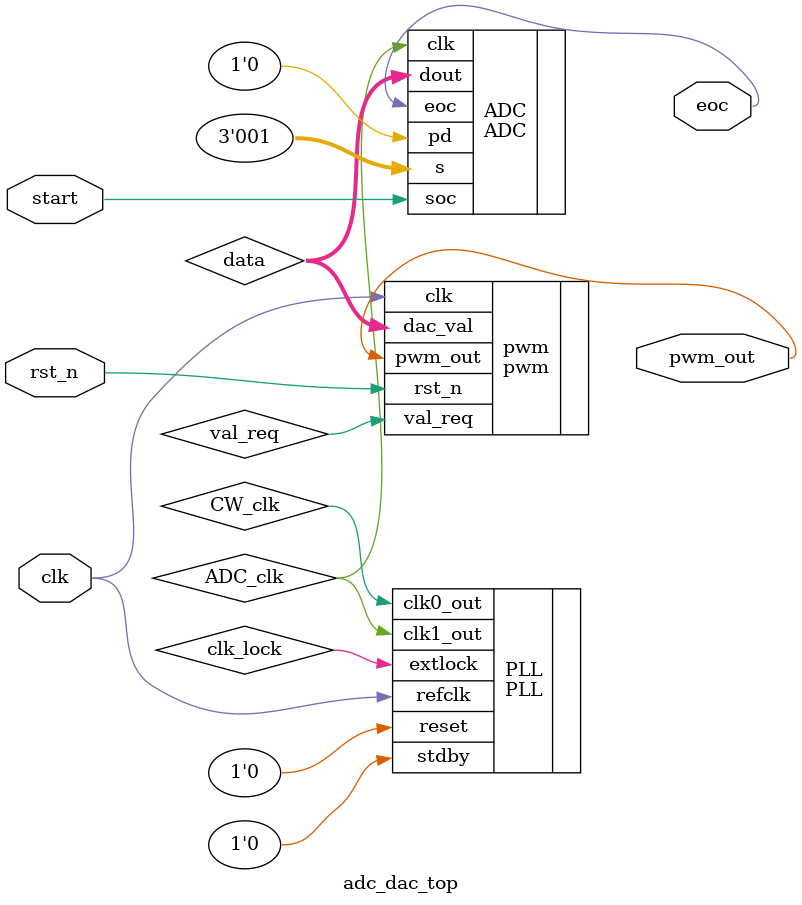
<source format=v>
module adc_dac_top(
    input rst_n,
    input clk,
    input start,
    output wire pwm_out,
    output wire eoc
);

wire soc;

wire [11:0] data;
wire val_req;

reg [2:0] channel;
 
wire CW_clk; //synthesis keep;
wire ADC_clk;
wire clk_lock;

PLL PLL(
    .refclk(clk),
    .reset(1'b0),
    .stdby(1'b0),
    .extlock(clk_lock),
    .clk0_out(CW_clk),
    .clk1_out(ADC_clk)
);

pwm pwm(
        .clk(clk),
        .rst_n(rst_n),
        .dac_val(data),
        .val_req(val_req),
        .pwm_out(pwm_out)
    );

ADC ADC(
    .eoc(eoc),
    .dout(data),
    .clk(ADC_clk),
    .pd(1'b0),
    .s(3'b001),
    .soc(start)
);

endmodule
</source>
